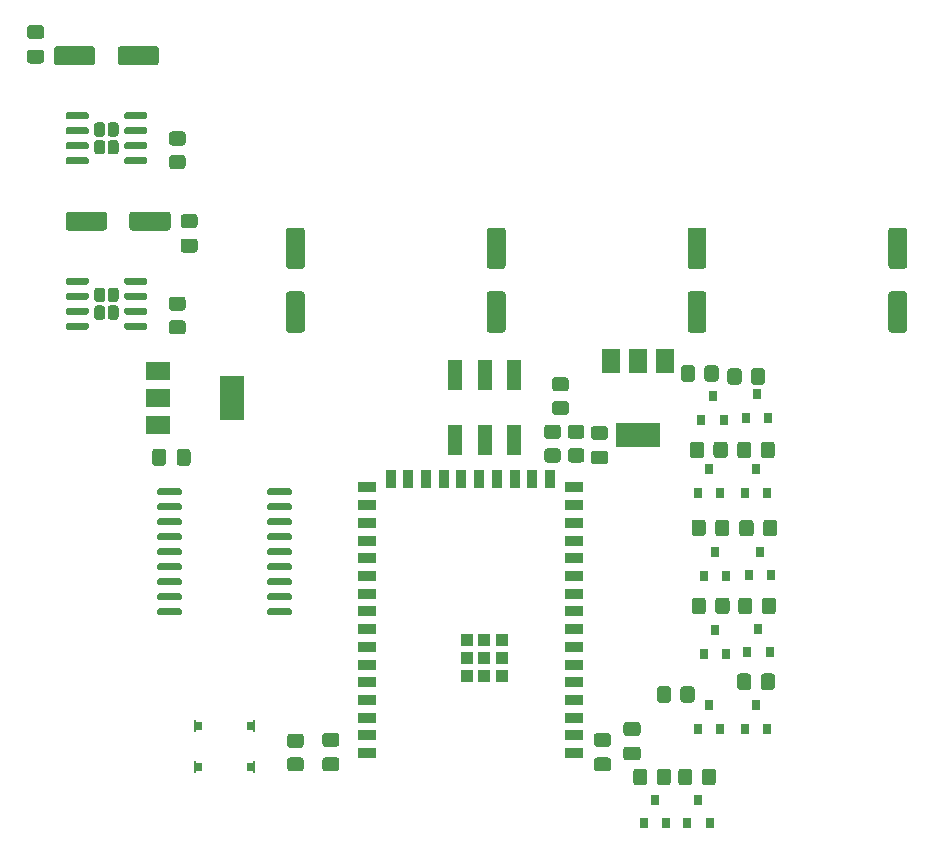
<source format=gtp>
G04 #@! TF.GenerationSoftware,KiCad,Pcbnew,(5.1.9)-1*
G04 #@! TF.CreationDate,2021-04-30T00:53:10-05:00*
G04 #@! TF.ProjectId,A4,41342e6b-6963-4616-945f-706362585858,rev?*
G04 #@! TF.SameCoordinates,Original*
G04 #@! TF.FileFunction,Paste,Top*
G04 #@! TF.FilePolarity,Positive*
%FSLAX46Y46*%
G04 Gerber Fmt 4.6, Leading zero omitted, Abs format (unit mm)*
G04 Created by KiCad (PCBNEW (5.1.9)-1) date 2021-04-30 00:53:10*
%MOMM*%
%LPD*%
G01*
G04 APERTURE LIST*
%ADD10R,1.500000X2.000000*%
%ADD11R,3.800000X2.000000*%
%ADD12R,1.100000X1.100000*%
%ADD13R,1.500000X0.900000*%
%ADD14R,0.900000X1.500000*%
%ADD15R,2.000000X1.500000*%
%ADD16R,2.000000X3.800000*%
%ADD17R,0.500000X0.700000*%
%ADD18R,0.200000X1.100000*%
%ADD19R,1.200000X2.500000*%
%ADD20R,0.800000X0.900000*%
G04 APERTURE END LIST*
G36*
G01*
X186375000Y-100930000D02*
X186375000Y-101230000D01*
G75*
G02*
X186225000Y-101380000I-150000J0D01*
G01*
X184475000Y-101380000D01*
G75*
G02*
X184325000Y-101230000I0J150000D01*
G01*
X184325000Y-100930000D01*
G75*
G02*
X184475000Y-100780000I150000J0D01*
G01*
X186225000Y-100780000D01*
G75*
G02*
X186375000Y-100930000I0J-150000D01*
G01*
G37*
G36*
G01*
X186375000Y-99660000D02*
X186375000Y-99960000D01*
G75*
G02*
X186225000Y-100110000I-150000J0D01*
G01*
X184475000Y-100110000D01*
G75*
G02*
X184325000Y-99960000I0J150000D01*
G01*
X184325000Y-99660000D01*
G75*
G02*
X184475000Y-99510000I150000J0D01*
G01*
X186225000Y-99510000D01*
G75*
G02*
X186375000Y-99660000I0J-150000D01*
G01*
G37*
G36*
G01*
X186375000Y-98390000D02*
X186375000Y-98690000D01*
G75*
G02*
X186225000Y-98840000I-150000J0D01*
G01*
X184475000Y-98840000D01*
G75*
G02*
X184325000Y-98690000I0J150000D01*
G01*
X184325000Y-98390000D01*
G75*
G02*
X184475000Y-98240000I150000J0D01*
G01*
X186225000Y-98240000D01*
G75*
G02*
X186375000Y-98390000I0J-150000D01*
G01*
G37*
G36*
G01*
X186375000Y-97120000D02*
X186375000Y-97420000D01*
G75*
G02*
X186225000Y-97570000I-150000J0D01*
G01*
X184475000Y-97570000D01*
G75*
G02*
X184325000Y-97420000I0J150000D01*
G01*
X184325000Y-97120000D01*
G75*
G02*
X184475000Y-96970000I150000J0D01*
G01*
X186225000Y-96970000D01*
G75*
G02*
X186375000Y-97120000I0J-150000D01*
G01*
G37*
G36*
G01*
X186375000Y-95850000D02*
X186375000Y-96150000D01*
G75*
G02*
X186225000Y-96300000I-150000J0D01*
G01*
X184475000Y-96300000D01*
G75*
G02*
X184325000Y-96150000I0J150000D01*
G01*
X184325000Y-95850000D01*
G75*
G02*
X184475000Y-95700000I150000J0D01*
G01*
X186225000Y-95700000D01*
G75*
G02*
X186375000Y-95850000I0J-150000D01*
G01*
G37*
G36*
G01*
X186375000Y-94580000D02*
X186375000Y-94880000D01*
G75*
G02*
X186225000Y-95030000I-150000J0D01*
G01*
X184475000Y-95030000D01*
G75*
G02*
X184325000Y-94880000I0J150000D01*
G01*
X184325000Y-94580000D01*
G75*
G02*
X184475000Y-94430000I150000J0D01*
G01*
X186225000Y-94430000D01*
G75*
G02*
X186375000Y-94580000I0J-150000D01*
G01*
G37*
G36*
G01*
X186375000Y-93310000D02*
X186375000Y-93610000D01*
G75*
G02*
X186225000Y-93760000I-150000J0D01*
G01*
X184475000Y-93760000D01*
G75*
G02*
X184325000Y-93610000I0J150000D01*
G01*
X184325000Y-93310000D01*
G75*
G02*
X184475000Y-93160000I150000J0D01*
G01*
X186225000Y-93160000D01*
G75*
G02*
X186375000Y-93310000I0J-150000D01*
G01*
G37*
G36*
G01*
X186375000Y-92040000D02*
X186375000Y-92340000D01*
G75*
G02*
X186225000Y-92490000I-150000J0D01*
G01*
X184475000Y-92490000D01*
G75*
G02*
X184325000Y-92340000I0J150000D01*
G01*
X184325000Y-92040000D01*
G75*
G02*
X184475000Y-91890000I150000J0D01*
G01*
X186225000Y-91890000D01*
G75*
G02*
X186375000Y-92040000I0J-150000D01*
G01*
G37*
G36*
G01*
X186375000Y-90770000D02*
X186375000Y-91070000D01*
G75*
G02*
X186225000Y-91220000I-150000J0D01*
G01*
X184475000Y-91220000D01*
G75*
G02*
X184325000Y-91070000I0J150000D01*
G01*
X184325000Y-90770000D01*
G75*
G02*
X184475000Y-90620000I150000J0D01*
G01*
X186225000Y-90620000D01*
G75*
G02*
X186375000Y-90770000I0J-150000D01*
G01*
G37*
G36*
G01*
X195675000Y-90770000D02*
X195675000Y-91070000D01*
G75*
G02*
X195525000Y-91220000I-150000J0D01*
G01*
X193775000Y-91220000D01*
G75*
G02*
X193625000Y-91070000I0J150000D01*
G01*
X193625000Y-90770000D01*
G75*
G02*
X193775000Y-90620000I150000J0D01*
G01*
X195525000Y-90620000D01*
G75*
G02*
X195675000Y-90770000I0J-150000D01*
G01*
G37*
G36*
G01*
X195675000Y-92040000D02*
X195675000Y-92340000D01*
G75*
G02*
X195525000Y-92490000I-150000J0D01*
G01*
X193775000Y-92490000D01*
G75*
G02*
X193625000Y-92340000I0J150000D01*
G01*
X193625000Y-92040000D01*
G75*
G02*
X193775000Y-91890000I150000J0D01*
G01*
X195525000Y-91890000D01*
G75*
G02*
X195675000Y-92040000I0J-150000D01*
G01*
G37*
G36*
G01*
X195675000Y-93310000D02*
X195675000Y-93610000D01*
G75*
G02*
X195525000Y-93760000I-150000J0D01*
G01*
X193775000Y-93760000D01*
G75*
G02*
X193625000Y-93610000I0J150000D01*
G01*
X193625000Y-93310000D01*
G75*
G02*
X193775000Y-93160000I150000J0D01*
G01*
X195525000Y-93160000D01*
G75*
G02*
X195675000Y-93310000I0J-150000D01*
G01*
G37*
G36*
G01*
X195675000Y-94580000D02*
X195675000Y-94880000D01*
G75*
G02*
X195525000Y-95030000I-150000J0D01*
G01*
X193775000Y-95030000D01*
G75*
G02*
X193625000Y-94880000I0J150000D01*
G01*
X193625000Y-94580000D01*
G75*
G02*
X193775000Y-94430000I150000J0D01*
G01*
X195525000Y-94430000D01*
G75*
G02*
X195675000Y-94580000I0J-150000D01*
G01*
G37*
G36*
G01*
X195675000Y-95850000D02*
X195675000Y-96150000D01*
G75*
G02*
X195525000Y-96300000I-150000J0D01*
G01*
X193775000Y-96300000D01*
G75*
G02*
X193625000Y-96150000I0J150000D01*
G01*
X193625000Y-95850000D01*
G75*
G02*
X193775000Y-95700000I150000J0D01*
G01*
X195525000Y-95700000D01*
G75*
G02*
X195675000Y-95850000I0J-150000D01*
G01*
G37*
G36*
G01*
X195675000Y-97120000D02*
X195675000Y-97420000D01*
G75*
G02*
X195525000Y-97570000I-150000J0D01*
G01*
X193775000Y-97570000D01*
G75*
G02*
X193625000Y-97420000I0J150000D01*
G01*
X193625000Y-97120000D01*
G75*
G02*
X193775000Y-96970000I150000J0D01*
G01*
X195525000Y-96970000D01*
G75*
G02*
X195675000Y-97120000I0J-150000D01*
G01*
G37*
G36*
G01*
X195675000Y-98390000D02*
X195675000Y-98690000D01*
G75*
G02*
X195525000Y-98840000I-150000J0D01*
G01*
X193775000Y-98840000D01*
G75*
G02*
X193625000Y-98690000I0J150000D01*
G01*
X193625000Y-98390000D01*
G75*
G02*
X193775000Y-98240000I150000J0D01*
G01*
X195525000Y-98240000D01*
G75*
G02*
X195675000Y-98390000I0J-150000D01*
G01*
G37*
G36*
G01*
X195675000Y-99660000D02*
X195675000Y-99960000D01*
G75*
G02*
X195525000Y-100110000I-150000J0D01*
G01*
X193775000Y-100110000D01*
G75*
G02*
X193625000Y-99960000I0J150000D01*
G01*
X193625000Y-99660000D01*
G75*
G02*
X193775000Y-99510000I150000J0D01*
G01*
X195525000Y-99510000D01*
G75*
G02*
X195675000Y-99660000I0J-150000D01*
G01*
G37*
G36*
G01*
X195675000Y-100930000D02*
X195675000Y-101230000D01*
G75*
G02*
X195525000Y-101380000I-150000J0D01*
G01*
X193775000Y-101380000D01*
G75*
G02*
X193625000Y-101230000I0J150000D01*
G01*
X193625000Y-100930000D01*
G75*
G02*
X193775000Y-100780000I150000J0D01*
G01*
X195525000Y-100780000D01*
G75*
G02*
X195675000Y-100930000I0J-150000D01*
G01*
G37*
G36*
G01*
X221267000Y-87423500D02*
X222217000Y-87423500D01*
G75*
G02*
X222467000Y-87673500I0J-250000D01*
G01*
X222467000Y-88348500D01*
G75*
G02*
X222217000Y-88598500I-250000J0D01*
G01*
X221267000Y-88598500D01*
G75*
G02*
X221017000Y-88348500I0J250000D01*
G01*
X221017000Y-87673500D01*
G75*
G02*
X221267000Y-87423500I250000J0D01*
G01*
G37*
G36*
G01*
X221267000Y-85348500D02*
X222217000Y-85348500D01*
G75*
G02*
X222467000Y-85598500I0J-250000D01*
G01*
X222467000Y-86273500D01*
G75*
G02*
X222217000Y-86523500I-250000J0D01*
G01*
X221267000Y-86523500D01*
G75*
G02*
X221017000Y-86273500I0J250000D01*
G01*
X221017000Y-85598500D01*
G75*
G02*
X221267000Y-85348500I250000J0D01*
G01*
G37*
D10*
X227300000Y-79850000D03*
X222700000Y-79850000D03*
X225000000Y-79850000D03*
D11*
X225000000Y-86150000D03*
G36*
G01*
X179890000Y-73875000D02*
X179890000Y-74625000D01*
G75*
G02*
X179660000Y-74855000I-230000J0D01*
G01*
X179200000Y-74855000D01*
G75*
G02*
X178970000Y-74625000I0J230000D01*
G01*
X178970000Y-73875000D01*
G75*
G02*
X179200000Y-73645000I230000J0D01*
G01*
X179660000Y-73645000D01*
G75*
G02*
X179890000Y-73875000I0J-230000D01*
G01*
G37*
G36*
G01*
X179890000Y-75375000D02*
X179890000Y-76125000D01*
G75*
G02*
X179660000Y-76355000I-230000J0D01*
G01*
X179200000Y-76355000D01*
G75*
G02*
X178970000Y-76125000I0J230000D01*
G01*
X178970000Y-75375000D01*
G75*
G02*
X179200000Y-75145000I230000J0D01*
G01*
X179660000Y-75145000D01*
G75*
G02*
X179890000Y-75375000I0J-230000D01*
G01*
G37*
G36*
G01*
X181030000Y-73875000D02*
X181030000Y-74625000D01*
G75*
G02*
X180800000Y-74855000I-230000J0D01*
G01*
X180340000Y-74855000D01*
G75*
G02*
X180110000Y-74625000I0J230000D01*
G01*
X180110000Y-73875000D01*
G75*
G02*
X180340000Y-73645000I230000J0D01*
G01*
X180800000Y-73645000D01*
G75*
G02*
X181030000Y-73875000I0J-230000D01*
G01*
G37*
G36*
G01*
X181030000Y-75375000D02*
X181030000Y-76125000D01*
G75*
G02*
X180800000Y-76355000I-230000J0D01*
G01*
X180340000Y-76355000D01*
G75*
G02*
X180110000Y-76125000I0J230000D01*
G01*
X180110000Y-75375000D01*
G75*
G02*
X180340000Y-75145000I230000J0D01*
G01*
X180800000Y-75145000D01*
G75*
G02*
X181030000Y-75375000I0J-230000D01*
G01*
G37*
G36*
G01*
X178500000Y-76755000D02*
X178500000Y-77055000D01*
G75*
G02*
X178350000Y-77205000I-150000J0D01*
G01*
X176700000Y-77205000D01*
G75*
G02*
X176550000Y-77055000I0J150000D01*
G01*
X176550000Y-76755000D01*
G75*
G02*
X176700000Y-76605000I150000J0D01*
G01*
X178350000Y-76605000D01*
G75*
G02*
X178500000Y-76755000I0J-150000D01*
G01*
G37*
G36*
G01*
X178500000Y-75485000D02*
X178500000Y-75785000D01*
G75*
G02*
X178350000Y-75935000I-150000J0D01*
G01*
X176700000Y-75935000D01*
G75*
G02*
X176550000Y-75785000I0J150000D01*
G01*
X176550000Y-75485000D01*
G75*
G02*
X176700000Y-75335000I150000J0D01*
G01*
X178350000Y-75335000D01*
G75*
G02*
X178500000Y-75485000I0J-150000D01*
G01*
G37*
G36*
G01*
X178500000Y-74215000D02*
X178500000Y-74515000D01*
G75*
G02*
X178350000Y-74665000I-150000J0D01*
G01*
X176700000Y-74665000D01*
G75*
G02*
X176550000Y-74515000I0J150000D01*
G01*
X176550000Y-74215000D01*
G75*
G02*
X176700000Y-74065000I150000J0D01*
G01*
X178350000Y-74065000D01*
G75*
G02*
X178500000Y-74215000I0J-150000D01*
G01*
G37*
G36*
G01*
X178500000Y-72945000D02*
X178500000Y-73245000D01*
G75*
G02*
X178350000Y-73395000I-150000J0D01*
G01*
X176700000Y-73395000D01*
G75*
G02*
X176550000Y-73245000I0J150000D01*
G01*
X176550000Y-72945000D01*
G75*
G02*
X176700000Y-72795000I150000J0D01*
G01*
X178350000Y-72795000D01*
G75*
G02*
X178500000Y-72945000I0J-150000D01*
G01*
G37*
G36*
G01*
X183450000Y-72945000D02*
X183450000Y-73245000D01*
G75*
G02*
X183300000Y-73395000I-150000J0D01*
G01*
X181650000Y-73395000D01*
G75*
G02*
X181500000Y-73245000I0J150000D01*
G01*
X181500000Y-72945000D01*
G75*
G02*
X181650000Y-72795000I150000J0D01*
G01*
X183300000Y-72795000D01*
G75*
G02*
X183450000Y-72945000I0J-150000D01*
G01*
G37*
G36*
G01*
X183450000Y-74215000D02*
X183450000Y-74515000D01*
G75*
G02*
X183300000Y-74665000I-150000J0D01*
G01*
X181650000Y-74665000D01*
G75*
G02*
X181500000Y-74515000I0J150000D01*
G01*
X181500000Y-74215000D01*
G75*
G02*
X181650000Y-74065000I150000J0D01*
G01*
X183300000Y-74065000D01*
G75*
G02*
X183450000Y-74215000I0J-150000D01*
G01*
G37*
G36*
G01*
X183450000Y-75485000D02*
X183450000Y-75785000D01*
G75*
G02*
X183300000Y-75935000I-150000J0D01*
G01*
X181650000Y-75935000D01*
G75*
G02*
X181500000Y-75785000I0J150000D01*
G01*
X181500000Y-75485000D01*
G75*
G02*
X181650000Y-75335000I150000J0D01*
G01*
X183300000Y-75335000D01*
G75*
G02*
X183450000Y-75485000I0J-150000D01*
G01*
G37*
G36*
G01*
X183450000Y-76755000D02*
X183450000Y-77055000D01*
G75*
G02*
X183300000Y-77205000I-150000J0D01*
G01*
X181650000Y-77205000D01*
G75*
G02*
X181500000Y-77055000I0J150000D01*
G01*
X181500000Y-76755000D01*
G75*
G02*
X181650000Y-76605000I150000J0D01*
G01*
X183300000Y-76605000D01*
G75*
G02*
X183450000Y-76755000I0J-150000D01*
G01*
G37*
D12*
X210500000Y-103500000D03*
X212000000Y-103500000D03*
X213500000Y-103500000D03*
X213500000Y-105000000D03*
X213500000Y-106500000D03*
X212000000Y-106500000D03*
X210500000Y-106500000D03*
X210500000Y-105000000D03*
X212000000Y-105000000D03*
D13*
X202060000Y-113050000D03*
X202060000Y-111550000D03*
X202060000Y-110050000D03*
X202060000Y-108550000D03*
X202060000Y-107050000D03*
X202060000Y-105550000D03*
X202060000Y-104050000D03*
X202060000Y-102550000D03*
X202060000Y-101050000D03*
X202060000Y-99550000D03*
X202060000Y-98050000D03*
X202060000Y-96550000D03*
X202060000Y-95050000D03*
X202060000Y-93550000D03*
X202060000Y-92050000D03*
X202060000Y-90550000D03*
D14*
X204060000Y-89800000D03*
X205560000Y-89800000D03*
X207060000Y-89800000D03*
X208560000Y-89800000D03*
X210060000Y-89800000D03*
X211560000Y-89800000D03*
X213060000Y-89800000D03*
X214560000Y-89800000D03*
X216060000Y-89800000D03*
X217560000Y-89800000D03*
D13*
X219560000Y-113050000D03*
X219560000Y-111550000D03*
X219560000Y-110050000D03*
X219560000Y-108550000D03*
X219560000Y-107050000D03*
X219560000Y-105550000D03*
X219560000Y-104050000D03*
X219560000Y-102550000D03*
X219560000Y-101050000D03*
X219560000Y-99550000D03*
X219560000Y-98050000D03*
X219560000Y-96550000D03*
X219560000Y-95050000D03*
X219560000Y-93550000D03*
X219560000Y-92050000D03*
X219560000Y-90550000D03*
G36*
G01*
X179890000Y-59875000D02*
X179890000Y-60625000D01*
G75*
G02*
X179660000Y-60855000I-230000J0D01*
G01*
X179200000Y-60855000D01*
G75*
G02*
X178970000Y-60625000I0J230000D01*
G01*
X178970000Y-59875000D01*
G75*
G02*
X179200000Y-59645000I230000J0D01*
G01*
X179660000Y-59645000D01*
G75*
G02*
X179890000Y-59875000I0J-230000D01*
G01*
G37*
G36*
G01*
X179890000Y-61375000D02*
X179890000Y-62125000D01*
G75*
G02*
X179660000Y-62355000I-230000J0D01*
G01*
X179200000Y-62355000D01*
G75*
G02*
X178970000Y-62125000I0J230000D01*
G01*
X178970000Y-61375000D01*
G75*
G02*
X179200000Y-61145000I230000J0D01*
G01*
X179660000Y-61145000D01*
G75*
G02*
X179890000Y-61375000I0J-230000D01*
G01*
G37*
G36*
G01*
X181030000Y-59875000D02*
X181030000Y-60625000D01*
G75*
G02*
X180800000Y-60855000I-230000J0D01*
G01*
X180340000Y-60855000D01*
G75*
G02*
X180110000Y-60625000I0J230000D01*
G01*
X180110000Y-59875000D01*
G75*
G02*
X180340000Y-59645000I230000J0D01*
G01*
X180800000Y-59645000D01*
G75*
G02*
X181030000Y-59875000I0J-230000D01*
G01*
G37*
G36*
G01*
X181030000Y-61375000D02*
X181030000Y-62125000D01*
G75*
G02*
X180800000Y-62355000I-230000J0D01*
G01*
X180340000Y-62355000D01*
G75*
G02*
X180110000Y-62125000I0J230000D01*
G01*
X180110000Y-61375000D01*
G75*
G02*
X180340000Y-61145000I230000J0D01*
G01*
X180800000Y-61145000D01*
G75*
G02*
X181030000Y-61375000I0J-230000D01*
G01*
G37*
G36*
G01*
X178500000Y-62755000D02*
X178500000Y-63055000D01*
G75*
G02*
X178350000Y-63205000I-150000J0D01*
G01*
X176700000Y-63205000D01*
G75*
G02*
X176550000Y-63055000I0J150000D01*
G01*
X176550000Y-62755000D01*
G75*
G02*
X176700000Y-62605000I150000J0D01*
G01*
X178350000Y-62605000D01*
G75*
G02*
X178500000Y-62755000I0J-150000D01*
G01*
G37*
G36*
G01*
X178500000Y-61485000D02*
X178500000Y-61785000D01*
G75*
G02*
X178350000Y-61935000I-150000J0D01*
G01*
X176700000Y-61935000D01*
G75*
G02*
X176550000Y-61785000I0J150000D01*
G01*
X176550000Y-61485000D01*
G75*
G02*
X176700000Y-61335000I150000J0D01*
G01*
X178350000Y-61335000D01*
G75*
G02*
X178500000Y-61485000I0J-150000D01*
G01*
G37*
G36*
G01*
X178500000Y-60215000D02*
X178500000Y-60515000D01*
G75*
G02*
X178350000Y-60665000I-150000J0D01*
G01*
X176700000Y-60665000D01*
G75*
G02*
X176550000Y-60515000I0J150000D01*
G01*
X176550000Y-60215000D01*
G75*
G02*
X176700000Y-60065000I150000J0D01*
G01*
X178350000Y-60065000D01*
G75*
G02*
X178500000Y-60215000I0J-150000D01*
G01*
G37*
G36*
G01*
X178500000Y-58945000D02*
X178500000Y-59245000D01*
G75*
G02*
X178350000Y-59395000I-150000J0D01*
G01*
X176700000Y-59395000D01*
G75*
G02*
X176550000Y-59245000I0J150000D01*
G01*
X176550000Y-58945000D01*
G75*
G02*
X176700000Y-58795000I150000J0D01*
G01*
X178350000Y-58795000D01*
G75*
G02*
X178500000Y-58945000I0J-150000D01*
G01*
G37*
G36*
G01*
X183450000Y-58945000D02*
X183450000Y-59245000D01*
G75*
G02*
X183300000Y-59395000I-150000J0D01*
G01*
X181650000Y-59395000D01*
G75*
G02*
X181500000Y-59245000I0J150000D01*
G01*
X181500000Y-58945000D01*
G75*
G02*
X181650000Y-58795000I150000J0D01*
G01*
X183300000Y-58795000D01*
G75*
G02*
X183450000Y-58945000I0J-150000D01*
G01*
G37*
G36*
G01*
X183450000Y-60215000D02*
X183450000Y-60515000D01*
G75*
G02*
X183300000Y-60665000I-150000J0D01*
G01*
X181650000Y-60665000D01*
G75*
G02*
X181500000Y-60515000I0J150000D01*
G01*
X181500000Y-60215000D01*
G75*
G02*
X181650000Y-60065000I150000J0D01*
G01*
X183300000Y-60065000D01*
G75*
G02*
X183450000Y-60215000I0J-150000D01*
G01*
G37*
G36*
G01*
X183450000Y-61485000D02*
X183450000Y-61785000D01*
G75*
G02*
X183300000Y-61935000I-150000J0D01*
G01*
X181650000Y-61935000D01*
G75*
G02*
X181500000Y-61785000I0J150000D01*
G01*
X181500000Y-61485000D01*
G75*
G02*
X181650000Y-61335000I150000J0D01*
G01*
X183300000Y-61335000D01*
G75*
G02*
X183450000Y-61485000I0J-150000D01*
G01*
G37*
G36*
G01*
X183450000Y-62755000D02*
X183450000Y-63055000D01*
G75*
G02*
X183300000Y-63205000I-150000J0D01*
G01*
X181650000Y-63205000D01*
G75*
G02*
X181500000Y-63055000I0J150000D01*
G01*
X181500000Y-62755000D01*
G75*
G02*
X181650000Y-62605000I150000J0D01*
G01*
X183300000Y-62605000D01*
G75*
G02*
X183450000Y-62755000I0J-150000D01*
G01*
G37*
D15*
X184350000Y-80700000D03*
X184350000Y-85300000D03*
X184350000Y-83000000D03*
D16*
X190650000Y-83000000D03*
D17*
X187875000Y-110750000D03*
X192125000Y-110750000D03*
X187875000Y-114250000D03*
X192125000Y-114250000D03*
D18*
X187525000Y-114250000D03*
X192475000Y-110750000D03*
X187525000Y-110750000D03*
X192475000Y-114250000D03*
D19*
X214550000Y-81026000D03*
X212050000Y-81026000D03*
X209550000Y-81026000D03*
X209550000Y-86526000D03*
X212050000Y-86526000D03*
X214550000Y-86526000D03*
G36*
G01*
X226603000Y-115512001D02*
X226603000Y-114611999D01*
G75*
G02*
X226852999Y-114362000I249999J0D01*
G01*
X227553001Y-114362000D01*
G75*
G02*
X227803000Y-114611999I0J-249999D01*
G01*
X227803000Y-115512001D01*
G75*
G02*
X227553001Y-115762000I-249999J0D01*
G01*
X226852999Y-115762000D01*
G75*
G02*
X226603000Y-115512001I0J249999D01*
G01*
G37*
G36*
G01*
X224603000Y-115512001D02*
X224603000Y-114611999D01*
G75*
G02*
X224852999Y-114362000I249999J0D01*
G01*
X225553001Y-114362000D01*
G75*
G02*
X225803000Y-114611999I0J-249999D01*
G01*
X225803000Y-115512001D01*
G75*
G02*
X225553001Y-115762000I-249999J0D01*
G01*
X224852999Y-115762000D01*
G75*
G02*
X224603000Y-115512001I0J249999D01*
G01*
G37*
G36*
G01*
X231556000Y-101034001D02*
X231556000Y-100133999D01*
G75*
G02*
X231805999Y-99884000I249999J0D01*
G01*
X232506001Y-99884000D01*
G75*
G02*
X232756000Y-100133999I0J-249999D01*
G01*
X232756000Y-101034001D01*
G75*
G02*
X232506001Y-101284000I-249999J0D01*
G01*
X231805999Y-101284000D01*
G75*
G02*
X231556000Y-101034001I0J249999D01*
G01*
G37*
G36*
G01*
X229556000Y-101034001D02*
X229556000Y-100133999D01*
G75*
G02*
X229805999Y-99884000I249999J0D01*
G01*
X230506001Y-99884000D01*
G75*
G02*
X230756000Y-100133999I0J-249999D01*
G01*
X230756000Y-101034001D01*
G75*
G02*
X230506001Y-101284000I-249999J0D01*
G01*
X229805999Y-101284000D01*
G75*
G02*
X229556000Y-101034001I0J249999D01*
G01*
G37*
G36*
G01*
X230413000Y-115512001D02*
X230413000Y-114611999D01*
G75*
G02*
X230662999Y-114362000I249999J0D01*
G01*
X231363001Y-114362000D01*
G75*
G02*
X231613000Y-114611999I0J-249999D01*
G01*
X231613000Y-115512001D01*
G75*
G02*
X231363001Y-115762000I-249999J0D01*
G01*
X230662999Y-115762000D01*
G75*
G02*
X230413000Y-115512001I0J249999D01*
G01*
G37*
G36*
G01*
X228413000Y-115512001D02*
X228413000Y-114611999D01*
G75*
G02*
X228662999Y-114362000I249999J0D01*
G01*
X229363001Y-114362000D01*
G75*
G02*
X229613000Y-114611999I0J-249999D01*
G01*
X229613000Y-115512001D01*
G75*
G02*
X229363001Y-115762000I-249999J0D01*
G01*
X228662999Y-115762000D01*
G75*
G02*
X228413000Y-115512001I0J249999D01*
G01*
G37*
G36*
G01*
X235493000Y-101034001D02*
X235493000Y-100133999D01*
G75*
G02*
X235742999Y-99884000I249999J0D01*
G01*
X236443001Y-99884000D01*
G75*
G02*
X236693000Y-100133999I0J-249999D01*
G01*
X236693000Y-101034001D01*
G75*
G02*
X236443001Y-101284000I-249999J0D01*
G01*
X235742999Y-101284000D01*
G75*
G02*
X235493000Y-101034001I0J249999D01*
G01*
G37*
G36*
G01*
X233493000Y-101034001D02*
X233493000Y-100133999D01*
G75*
G02*
X233742999Y-99884000I249999J0D01*
G01*
X234443001Y-99884000D01*
G75*
G02*
X234693000Y-100133999I0J-249999D01*
G01*
X234693000Y-101034001D01*
G75*
G02*
X234443001Y-101284000I-249999J0D01*
G01*
X233742999Y-101284000D01*
G75*
G02*
X233493000Y-101034001I0J249999D01*
G01*
G37*
G36*
G01*
X231540000Y-94430001D02*
X231540000Y-93529999D01*
G75*
G02*
X231789999Y-93280000I249999J0D01*
G01*
X232490001Y-93280000D01*
G75*
G02*
X232740000Y-93529999I0J-249999D01*
G01*
X232740000Y-94430001D01*
G75*
G02*
X232490001Y-94680000I-249999J0D01*
G01*
X231789999Y-94680000D01*
G75*
G02*
X231540000Y-94430001I0J249999D01*
G01*
G37*
G36*
G01*
X229540000Y-94430001D02*
X229540000Y-93529999D01*
G75*
G02*
X229789999Y-93280000I249999J0D01*
G01*
X230490001Y-93280000D01*
G75*
G02*
X230740000Y-93529999I0J-249999D01*
G01*
X230740000Y-94430001D01*
G75*
G02*
X230490001Y-94680000I-249999J0D01*
G01*
X229789999Y-94680000D01*
G75*
G02*
X229540000Y-94430001I0J249999D01*
G01*
G37*
G36*
G01*
X228603000Y-108527001D02*
X228603000Y-107626999D01*
G75*
G02*
X228852999Y-107377000I249999J0D01*
G01*
X229553001Y-107377000D01*
G75*
G02*
X229803000Y-107626999I0J-249999D01*
G01*
X229803000Y-108527001D01*
G75*
G02*
X229553001Y-108777000I-249999J0D01*
G01*
X228852999Y-108777000D01*
G75*
G02*
X228603000Y-108527001I0J249999D01*
G01*
G37*
G36*
G01*
X226603000Y-108527001D02*
X226603000Y-107626999D01*
G75*
G02*
X226852999Y-107377000I249999J0D01*
G01*
X227553001Y-107377000D01*
G75*
G02*
X227803000Y-107626999I0J-249999D01*
G01*
X227803000Y-108527001D01*
G75*
G02*
X227553001Y-108777000I-249999J0D01*
G01*
X226852999Y-108777000D01*
G75*
G02*
X226603000Y-108527001I0J249999D01*
G01*
G37*
G36*
G01*
X235588000Y-94450001D02*
X235588000Y-93549999D01*
G75*
G02*
X235837999Y-93300000I249999J0D01*
G01*
X236538001Y-93300000D01*
G75*
G02*
X236788000Y-93549999I0J-249999D01*
G01*
X236788000Y-94450001D01*
G75*
G02*
X236538001Y-94700000I-249999J0D01*
G01*
X235837999Y-94700000D01*
G75*
G02*
X235588000Y-94450001I0J249999D01*
G01*
G37*
G36*
G01*
X233588000Y-94450001D02*
X233588000Y-93549999D01*
G75*
G02*
X233837999Y-93300000I249999J0D01*
G01*
X234538001Y-93300000D01*
G75*
G02*
X234788000Y-93549999I0J-249999D01*
G01*
X234788000Y-94450001D01*
G75*
G02*
X234538001Y-94700000I-249999J0D01*
G01*
X233837999Y-94700000D01*
G75*
G02*
X233588000Y-94450001I0J249999D01*
G01*
G37*
G36*
G01*
X235400000Y-107450001D02*
X235400000Y-106549999D01*
G75*
G02*
X235649999Y-106300000I249999J0D01*
G01*
X236350001Y-106300000D01*
G75*
G02*
X236600000Y-106549999I0J-249999D01*
G01*
X236600000Y-107450001D01*
G75*
G02*
X236350001Y-107700000I-249999J0D01*
G01*
X235649999Y-107700000D01*
G75*
G02*
X235400000Y-107450001I0J249999D01*
G01*
G37*
G36*
G01*
X233400000Y-107450001D02*
X233400000Y-106549999D01*
G75*
G02*
X233649999Y-106300000I249999J0D01*
G01*
X234350001Y-106300000D01*
G75*
G02*
X234600000Y-106549999I0J-249999D01*
G01*
X234600000Y-107450001D01*
G75*
G02*
X234350001Y-107700000I-249999J0D01*
G01*
X233649999Y-107700000D01*
G75*
G02*
X233400000Y-107450001I0J249999D01*
G01*
G37*
G36*
G01*
X235400000Y-87826001D02*
X235400000Y-86925999D01*
G75*
G02*
X235649999Y-86676000I249999J0D01*
G01*
X236350001Y-86676000D01*
G75*
G02*
X236600000Y-86925999I0J-249999D01*
G01*
X236600000Y-87826001D01*
G75*
G02*
X236350001Y-88076000I-249999J0D01*
G01*
X235649999Y-88076000D01*
G75*
G02*
X235400000Y-87826001I0J249999D01*
G01*
G37*
G36*
G01*
X233400000Y-87826001D02*
X233400000Y-86925999D01*
G75*
G02*
X233649999Y-86676000I249999J0D01*
G01*
X234350001Y-86676000D01*
G75*
G02*
X234600000Y-86925999I0J-249999D01*
G01*
X234600000Y-87826001D01*
G75*
G02*
X234350001Y-88076000I-249999J0D01*
G01*
X233649999Y-88076000D01*
G75*
G02*
X233400000Y-87826001I0J249999D01*
G01*
G37*
G36*
G01*
X230635000Y-81349001D02*
X230635000Y-80448999D01*
G75*
G02*
X230884999Y-80199000I249999J0D01*
G01*
X231585001Y-80199000D01*
G75*
G02*
X231835000Y-80448999I0J-249999D01*
G01*
X231835000Y-81349001D01*
G75*
G02*
X231585001Y-81599000I-249999J0D01*
G01*
X230884999Y-81599000D01*
G75*
G02*
X230635000Y-81349001I0J249999D01*
G01*
G37*
G36*
G01*
X228635000Y-81349001D02*
X228635000Y-80448999D01*
G75*
G02*
X228884999Y-80199000I249999J0D01*
G01*
X229585001Y-80199000D01*
G75*
G02*
X229835000Y-80448999I0J-249999D01*
G01*
X229835000Y-81349001D01*
G75*
G02*
X229585001Y-81599000I-249999J0D01*
G01*
X228884999Y-81599000D01*
G75*
G02*
X228635000Y-81349001I0J249999D01*
G01*
G37*
G36*
G01*
X234572000Y-81603001D02*
X234572000Y-80702999D01*
G75*
G02*
X234821999Y-80453000I249999J0D01*
G01*
X235522001Y-80453000D01*
G75*
G02*
X235772000Y-80702999I0J-249999D01*
G01*
X235772000Y-81603001D01*
G75*
G02*
X235522001Y-81853000I-249999J0D01*
G01*
X234821999Y-81853000D01*
G75*
G02*
X234572000Y-81603001I0J249999D01*
G01*
G37*
G36*
G01*
X232572000Y-81603001D02*
X232572000Y-80702999D01*
G75*
G02*
X232821999Y-80453000I249999J0D01*
G01*
X233522001Y-80453000D01*
G75*
G02*
X233772000Y-80702999I0J-249999D01*
G01*
X233772000Y-81603001D01*
G75*
G02*
X233522001Y-81853000I-249999J0D01*
G01*
X232821999Y-81853000D01*
G75*
G02*
X232572000Y-81603001I0J249999D01*
G01*
G37*
G36*
G01*
X217989999Y-83220000D02*
X218890001Y-83220000D01*
G75*
G02*
X219140000Y-83469999I0J-249999D01*
G01*
X219140000Y-84170001D01*
G75*
G02*
X218890001Y-84420000I-249999J0D01*
G01*
X217989999Y-84420000D01*
G75*
G02*
X217740000Y-84170001I0J249999D01*
G01*
X217740000Y-83469999D01*
G75*
G02*
X217989999Y-83220000I249999J0D01*
G01*
G37*
G36*
G01*
X217989999Y-81220000D02*
X218890001Y-81220000D01*
G75*
G02*
X219140000Y-81469999I0J-249999D01*
G01*
X219140000Y-82170001D01*
G75*
G02*
X218890001Y-82420000I-249999J0D01*
G01*
X217989999Y-82420000D01*
G75*
G02*
X217740000Y-82170001I0J249999D01*
G01*
X217740000Y-81469999D01*
G75*
G02*
X217989999Y-81220000I249999J0D01*
G01*
G37*
G36*
G01*
X195549999Y-113400000D02*
X196450001Y-113400000D01*
G75*
G02*
X196700000Y-113649999I0J-249999D01*
G01*
X196700000Y-114350001D01*
G75*
G02*
X196450001Y-114600000I-249999J0D01*
G01*
X195549999Y-114600000D01*
G75*
G02*
X195300000Y-114350001I0J249999D01*
G01*
X195300000Y-113649999D01*
G75*
G02*
X195549999Y-113400000I249999J0D01*
G01*
G37*
G36*
G01*
X195549999Y-111400000D02*
X196450001Y-111400000D01*
G75*
G02*
X196700000Y-111649999I0J-249999D01*
G01*
X196700000Y-112350001D01*
G75*
G02*
X196450001Y-112600000I-249999J0D01*
G01*
X195549999Y-112600000D01*
G75*
G02*
X195300000Y-112350001I0J249999D01*
G01*
X195300000Y-111649999D01*
G75*
G02*
X195549999Y-111400000I249999J0D01*
G01*
G37*
G36*
G01*
X185549999Y-76400000D02*
X186450001Y-76400000D01*
G75*
G02*
X186700000Y-76649999I0J-249999D01*
G01*
X186700000Y-77350001D01*
G75*
G02*
X186450001Y-77600000I-249999J0D01*
G01*
X185549999Y-77600000D01*
G75*
G02*
X185300000Y-77350001I0J249999D01*
G01*
X185300000Y-76649999D01*
G75*
G02*
X185549999Y-76400000I249999J0D01*
G01*
G37*
G36*
G01*
X185549999Y-74400000D02*
X186450001Y-74400000D01*
G75*
G02*
X186700000Y-74649999I0J-249999D01*
G01*
X186700000Y-75350001D01*
G75*
G02*
X186450001Y-75600000I-249999J0D01*
G01*
X185549999Y-75600000D01*
G75*
G02*
X185300000Y-75350001I0J249999D01*
G01*
X185300000Y-74649999D01*
G75*
G02*
X185549999Y-74400000I249999J0D01*
G01*
G37*
G36*
G01*
X185549999Y-62400000D02*
X186450001Y-62400000D01*
G75*
G02*
X186700000Y-62649999I0J-249999D01*
G01*
X186700000Y-63350001D01*
G75*
G02*
X186450001Y-63600000I-249999J0D01*
G01*
X185549999Y-63600000D01*
G75*
G02*
X185300000Y-63350001I0J249999D01*
G01*
X185300000Y-62649999D01*
G75*
G02*
X185549999Y-62400000I249999J0D01*
G01*
G37*
G36*
G01*
X185549999Y-60400000D02*
X186450001Y-60400000D01*
G75*
G02*
X186700000Y-60649999I0J-249999D01*
G01*
X186700000Y-61350001D01*
G75*
G02*
X186450001Y-61600000I-249999J0D01*
G01*
X185549999Y-61600000D01*
G75*
G02*
X185300000Y-61350001I0J249999D01*
G01*
X185300000Y-60649999D01*
G75*
G02*
X185549999Y-60400000I249999J0D01*
G01*
G37*
G36*
G01*
X218219001Y-86440000D02*
X217318999Y-86440000D01*
G75*
G02*
X217069000Y-86190001I0J249999D01*
G01*
X217069000Y-85489999D01*
G75*
G02*
X217318999Y-85240000I249999J0D01*
G01*
X218219001Y-85240000D01*
G75*
G02*
X218469000Y-85489999I0J-249999D01*
G01*
X218469000Y-86190001D01*
G75*
G02*
X218219001Y-86440000I-249999J0D01*
G01*
G37*
G36*
G01*
X218219001Y-88440000D02*
X217318999Y-88440000D01*
G75*
G02*
X217069000Y-88190001I0J249999D01*
G01*
X217069000Y-87489999D01*
G75*
G02*
X217318999Y-87240000I249999J0D01*
G01*
X218219001Y-87240000D01*
G75*
G02*
X218469000Y-87489999I0J-249999D01*
G01*
X218469000Y-88190001D01*
G75*
G02*
X218219001Y-88440000I-249999J0D01*
G01*
G37*
G36*
G01*
X219318999Y-87240000D02*
X220219001Y-87240000D01*
G75*
G02*
X220469000Y-87489999I0J-249999D01*
G01*
X220469000Y-88190001D01*
G75*
G02*
X220219001Y-88440000I-249999J0D01*
G01*
X219318999Y-88440000D01*
G75*
G02*
X219069000Y-88190001I0J249999D01*
G01*
X219069000Y-87489999D01*
G75*
G02*
X219318999Y-87240000I249999J0D01*
G01*
G37*
G36*
G01*
X219318999Y-85240000D02*
X220219001Y-85240000D01*
G75*
G02*
X220469000Y-85489999I0J-249999D01*
G01*
X220469000Y-86190001D01*
G75*
G02*
X220219001Y-86440000I-249999J0D01*
G01*
X219318999Y-86440000D01*
G75*
G02*
X219069000Y-86190001I0J249999D01*
G01*
X219069000Y-85489999D01*
G75*
G02*
X219318999Y-85240000I249999J0D01*
G01*
G37*
G36*
G01*
X231400000Y-87826001D02*
X231400000Y-86925999D01*
G75*
G02*
X231649999Y-86676000I249999J0D01*
G01*
X232350001Y-86676000D01*
G75*
G02*
X232600000Y-86925999I0J-249999D01*
G01*
X232600000Y-87826001D01*
G75*
G02*
X232350001Y-88076000I-249999J0D01*
G01*
X231649999Y-88076000D01*
G75*
G02*
X231400000Y-87826001I0J249999D01*
G01*
G37*
G36*
G01*
X229400000Y-87826001D02*
X229400000Y-86925999D01*
G75*
G02*
X229649999Y-86676000I249999J0D01*
G01*
X230350001Y-86676000D01*
G75*
G02*
X230600000Y-86925999I0J-249999D01*
G01*
X230600000Y-87826001D01*
G75*
G02*
X230350001Y-88076000I-249999J0D01*
G01*
X229649999Y-88076000D01*
G75*
G02*
X229400000Y-87826001I0J249999D01*
G01*
G37*
D20*
X226441000Y-117000000D03*
X227391000Y-119000000D03*
X225491000Y-119000000D03*
X231521000Y-102632000D03*
X232471000Y-104632000D03*
X230571000Y-104632000D03*
X230124000Y-117000000D03*
X231074000Y-119000000D03*
X229174000Y-119000000D03*
X235204000Y-102505000D03*
X236154000Y-104505000D03*
X234254000Y-104505000D03*
X231521000Y-96028000D03*
X232471000Y-98028000D03*
X230571000Y-98028000D03*
X231000000Y-109000000D03*
X231950000Y-111000000D03*
X230050000Y-111000000D03*
X235331000Y-96000000D03*
X236281000Y-98000000D03*
X234381000Y-98000000D03*
X235000000Y-109000000D03*
X235950000Y-111000000D03*
X234050000Y-111000000D03*
X235000000Y-89000000D03*
X235950000Y-91000000D03*
X234050000Y-91000000D03*
X231328000Y-82804000D03*
X232278000Y-84804000D03*
X230378000Y-84804000D03*
X235077000Y-82677000D03*
X236027000Y-84677000D03*
X234127000Y-84677000D03*
X231000000Y-89000000D03*
X231950000Y-91000000D03*
X230050000Y-91000000D03*
G36*
G01*
X247550000Y-72050000D02*
X246450000Y-72050000D01*
G75*
G02*
X246200000Y-71800000I0J250000D01*
G01*
X246200000Y-68800000D01*
G75*
G02*
X246450000Y-68550000I250000J0D01*
G01*
X247550000Y-68550000D01*
G75*
G02*
X247800000Y-68800000I0J-250000D01*
G01*
X247800000Y-71800000D01*
G75*
G02*
X247550000Y-72050000I-250000J0D01*
G01*
G37*
G36*
G01*
X247550000Y-77450000D02*
X246450000Y-77450000D01*
G75*
G02*
X246200000Y-77200000I0J250000D01*
G01*
X246200000Y-74200000D01*
G75*
G02*
X246450000Y-73950000I250000J0D01*
G01*
X247550000Y-73950000D01*
G75*
G02*
X247800000Y-74200000I0J-250000D01*
G01*
X247800000Y-77200000D01*
G75*
G02*
X247550000Y-77450000I-250000J0D01*
G01*
G37*
G36*
G01*
X213550000Y-72050000D02*
X212450000Y-72050000D01*
G75*
G02*
X212200000Y-71800000I0J250000D01*
G01*
X212200000Y-68800000D01*
G75*
G02*
X212450000Y-68550000I250000J0D01*
G01*
X213550000Y-68550000D01*
G75*
G02*
X213800000Y-68800000I0J-250000D01*
G01*
X213800000Y-71800000D01*
G75*
G02*
X213550000Y-72050000I-250000J0D01*
G01*
G37*
G36*
G01*
X213550000Y-77450000D02*
X212450000Y-77450000D01*
G75*
G02*
X212200000Y-77200000I0J250000D01*
G01*
X212200000Y-74200000D01*
G75*
G02*
X212450000Y-73950000I250000J0D01*
G01*
X213550000Y-73950000D01*
G75*
G02*
X213800000Y-74200000I0J-250000D01*
G01*
X213800000Y-77200000D01*
G75*
G02*
X213550000Y-77450000I-250000J0D01*
G01*
G37*
G36*
G01*
X196550000Y-72050000D02*
X195450000Y-72050000D01*
G75*
G02*
X195200000Y-71800000I0J250000D01*
G01*
X195200000Y-68800000D01*
G75*
G02*
X195450000Y-68550000I250000J0D01*
G01*
X196550000Y-68550000D01*
G75*
G02*
X196800000Y-68800000I0J-250000D01*
G01*
X196800000Y-71800000D01*
G75*
G02*
X196550000Y-72050000I-250000J0D01*
G01*
G37*
G36*
G01*
X196550000Y-77450000D02*
X195450000Y-77450000D01*
G75*
G02*
X195200000Y-77200000I0J250000D01*
G01*
X195200000Y-74200000D01*
G75*
G02*
X195450000Y-73950000I250000J0D01*
G01*
X196550000Y-73950000D01*
G75*
G02*
X196800000Y-74200000I0J-250000D01*
G01*
X196800000Y-77200000D01*
G75*
G02*
X196550000Y-77450000I-250000J0D01*
G01*
G37*
G36*
G01*
X187475000Y-68587500D02*
X186525000Y-68587500D01*
G75*
G02*
X186275000Y-68337500I0J250000D01*
G01*
X186275000Y-67662500D01*
G75*
G02*
X186525000Y-67412500I250000J0D01*
G01*
X187475000Y-67412500D01*
G75*
G02*
X187725000Y-67662500I0J-250000D01*
G01*
X187725000Y-68337500D01*
G75*
G02*
X187475000Y-68587500I-250000J0D01*
G01*
G37*
G36*
G01*
X187475000Y-70662500D02*
X186525000Y-70662500D01*
G75*
G02*
X186275000Y-70412500I0J250000D01*
G01*
X186275000Y-69737500D01*
G75*
G02*
X186525000Y-69487500I250000J0D01*
G01*
X187475000Y-69487500D01*
G75*
G02*
X187725000Y-69737500I0J-250000D01*
G01*
X187725000Y-70412500D01*
G75*
G02*
X187475000Y-70662500I-250000J0D01*
G01*
G37*
G36*
G01*
X198525000Y-113412500D02*
X199475000Y-113412500D01*
G75*
G02*
X199725000Y-113662500I0J-250000D01*
G01*
X199725000Y-114337500D01*
G75*
G02*
X199475000Y-114587500I-250000J0D01*
G01*
X198525000Y-114587500D01*
G75*
G02*
X198275000Y-114337500I0J250000D01*
G01*
X198275000Y-113662500D01*
G75*
G02*
X198525000Y-113412500I250000J0D01*
G01*
G37*
G36*
G01*
X198525000Y-111337500D02*
X199475000Y-111337500D01*
G75*
G02*
X199725000Y-111587500I0J-250000D01*
G01*
X199725000Y-112262500D01*
G75*
G02*
X199475000Y-112512500I-250000J0D01*
G01*
X198525000Y-112512500D01*
G75*
G02*
X198275000Y-112262500I0J250000D01*
G01*
X198275000Y-111587500D01*
G75*
G02*
X198525000Y-111337500I250000J0D01*
G01*
G37*
G36*
G01*
X181950000Y-68550000D02*
X181950000Y-67450000D01*
G75*
G02*
X182200000Y-67200000I250000J0D01*
G01*
X185200000Y-67200000D01*
G75*
G02*
X185450000Y-67450000I0J-250000D01*
G01*
X185450000Y-68550000D01*
G75*
G02*
X185200000Y-68800000I-250000J0D01*
G01*
X182200000Y-68800000D01*
G75*
G02*
X181950000Y-68550000I0J250000D01*
G01*
G37*
G36*
G01*
X176550000Y-68550000D02*
X176550000Y-67450000D01*
G75*
G02*
X176800000Y-67200000I250000J0D01*
G01*
X179800000Y-67200000D01*
G75*
G02*
X180050000Y-67450000I0J-250000D01*
G01*
X180050000Y-68550000D01*
G75*
G02*
X179800000Y-68800000I-250000J0D01*
G01*
X176800000Y-68800000D01*
G75*
G02*
X176550000Y-68550000I0J250000D01*
G01*
G37*
G36*
G01*
X221525000Y-113412500D02*
X222475000Y-113412500D01*
G75*
G02*
X222725000Y-113662500I0J-250000D01*
G01*
X222725000Y-114337500D01*
G75*
G02*
X222475000Y-114587500I-250000J0D01*
G01*
X221525000Y-114587500D01*
G75*
G02*
X221275000Y-114337500I0J250000D01*
G01*
X221275000Y-113662500D01*
G75*
G02*
X221525000Y-113412500I250000J0D01*
G01*
G37*
G36*
G01*
X221525000Y-111337500D02*
X222475000Y-111337500D01*
G75*
G02*
X222725000Y-111587500I0J-250000D01*
G01*
X222725000Y-112262500D01*
G75*
G02*
X222475000Y-112512500I-250000J0D01*
G01*
X221525000Y-112512500D01*
G75*
G02*
X221275000Y-112262500I0J250000D01*
G01*
X221275000Y-111587500D01*
G75*
G02*
X221525000Y-111337500I250000J0D01*
G01*
G37*
G36*
G01*
X174475000Y-52587500D02*
X173525000Y-52587500D01*
G75*
G02*
X173275000Y-52337500I0J250000D01*
G01*
X173275000Y-51662500D01*
G75*
G02*
X173525000Y-51412500I250000J0D01*
G01*
X174475000Y-51412500D01*
G75*
G02*
X174725000Y-51662500I0J-250000D01*
G01*
X174725000Y-52337500D01*
G75*
G02*
X174475000Y-52587500I-250000J0D01*
G01*
G37*
G36*
G01*
X174475000Y-54662500D02*
X173525000Y-54662500D01*
G75*
G02*
X173275000Y-54412500I0J250000D01*
G01*
X173275000Y-53737500D01*
G75*
G02*
X173525000Y-53487500I250000J0D01*
G01*
X174475000Y-53487500D01*
G75*
G02*
X174725000Y-53737500I0J-250000D01*
G01*
X174725000Y-54412500D01*
G75*
G02*
X174475000Y-54662500I-250000J0D01*
G01*
G37*
G36*
G01*
X224025000Y-112487500D02*
X224975000Y-112487500D01*
G75*
G02*
X225225000Y-112737500I0J-250000D01*
G01*
X225225000Y-113412500D01*
G75*
G02*
X224975000Y-113662500I-250000J0D01*
G01*
X224025000Y-113662500D01*
G75*
G02*
X223775000Y-113412500I0J250000D01*
G01*
X223775000Y-112737500D01*
G75*
G02*
X224025000Y-112487500I250000J0D01*
G01*
G37*
G36*
G01*
X224025000Y-110412500D02*
X224975000Y-110412500D01*
G75*
G02*
X225225000Y-110662500I0J-250000D01*
G01*
X225225000Y-111337500D01*
G75*
G02*
X224975000Y-111587500I-250000J0D01*
G01*
X224025000Y-111587500D01*
G75*
G02*
X223775000Y-111337500I0J250000D01*
G01*
X223775000Y-110662500D01*
G75*
G02*
X224025000Y-110412500I250000J0D01*
G01*
G37*
G36*
G01*
X180950000Y-54550000D02*
X180950000Y-53450000D01*
G75*
G02*
X181200000Y-53200000I250000J0D01*
G01*
X184200000Y-53200000D01*
G75*
G02*
X184450000Y-53450000I0J-250000D01*
G01*
X184450000Y-54550000D01*
G75*
G02*
X184200000Y-54800000I-250000J0D01*
G01*
X181200000Y-54800000D01*
G75*
G02*
X180950000Y-54550000I0J250000D01*
G01*
G37*
G36*
G01*
X175550000Y-54550000D02*
X175550000Y-53450000D01*
G75*
G02*
X175800000Y-53200000I250000J0D01*
G01*
X178800000Y-53200000D01*
G75*
G02*
X179050000Y-53450000I0J-250000D01*
G01*
X179050000Y-54550000D01*
G75*
G02*
X178800000Y-54800000I-250000J0D01*
G01*
X175800000Y-54800000D01*
G75*
G02*
X175550000Y-54550000I0J250000D01*
G01*
G37*
G36*
G01*
X185950000Y-88475000D02*
X185950000Y-87525000D01*
G75*
G02*
X186200000Y-87275000I250000J0D01*
G01*
X186875000Y-87275000D01*
G75*
G02*
X187125000Y-87525000I0J-250000D01*
G01*
X187125000Y-88475000D01*
G75*
G02*
X186875000Y-88725000I-250000J0D01*
G01*
X186200000Y-88725000D01*
G75*
G02*
X185950000Y-88475000I0J250000D01*
G01*
G37*
G36*
G01*
X183875000Y-88475000D02*
X183875000Y-87525000D01*
G75*
G02*
X184125000Y-87275000I250000J0D01*
G01*
X184800000Y-87275000D01*
G75*
G02*
X185050000Y-87525000I0J-250000D01*
G01*
X185050000Y-88475000D01*
G75*
G02*
X184800000Y-88725000I-250000J0D01*
G01*
X184125000Y-88725000D01*
G75*
G02*
X183875000Y-88475000I0J250000D01*
G01*
G37*
G36*
G01*
X230550000Y-72050000D02*
X229450000Y-72050000D01*
G75*
G02*
X229200000Y-71800000I0J250000D01*
G01*
X229200000Y-68800000D01*
G75*
G02*
X229450000Y-68550000I250000J0D01*
G01*
X230550000Y-68550000D01*
G75*
G02*
X230800000Y-68800000I0J-250000D01*
G01*
X230800000Y-71800000D01*
G75*
G02*
X230550000Y-72050000I-250000J0D01*
G01*
G37*
G36*
G01*
X230550000Y-77450000D02*
X229450000Y-77450000D01*
G75*
G02*
X229200000Y-77200000I0J250000D01*
G01*
X229200000Y-74200000D01*
G75*
G02*
X229450000Y-73950000I250000J0D01*
G01*
X230550000Y-73950000D01*
G75*
G02*
X230800000Y-74200000I0J-250000D01*
G01*
X230800000Y-77200000D01*
G75*
G02*
X230550000Y-77450000I-250000J0D01*
G01*
G37*
M02*

</source>
